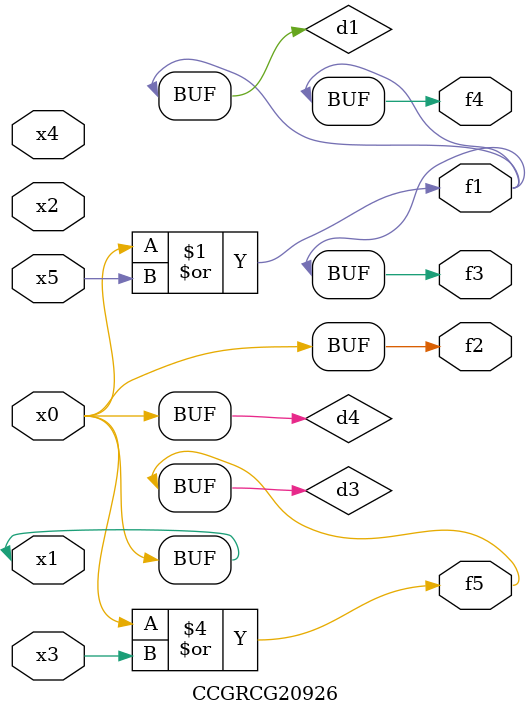
<source format=v>
module CCGRCG20926(
	input x0, x1, x2, x3, x4, x5,
	output f1, f2, f3, f4, f5
);

	wire d1, d2, d3, d4;

	or (d1, x0, x5);
	xnor (d2, x1, x4);
	or (d3, x0, x3);
	buf (d4, x0, x1);
	assign f1 = d1;
	assign f2 = d4;
	assign f3 = d1;
	assign f4 = d1;
	assign f5 = d3;
endmodule

</source>
